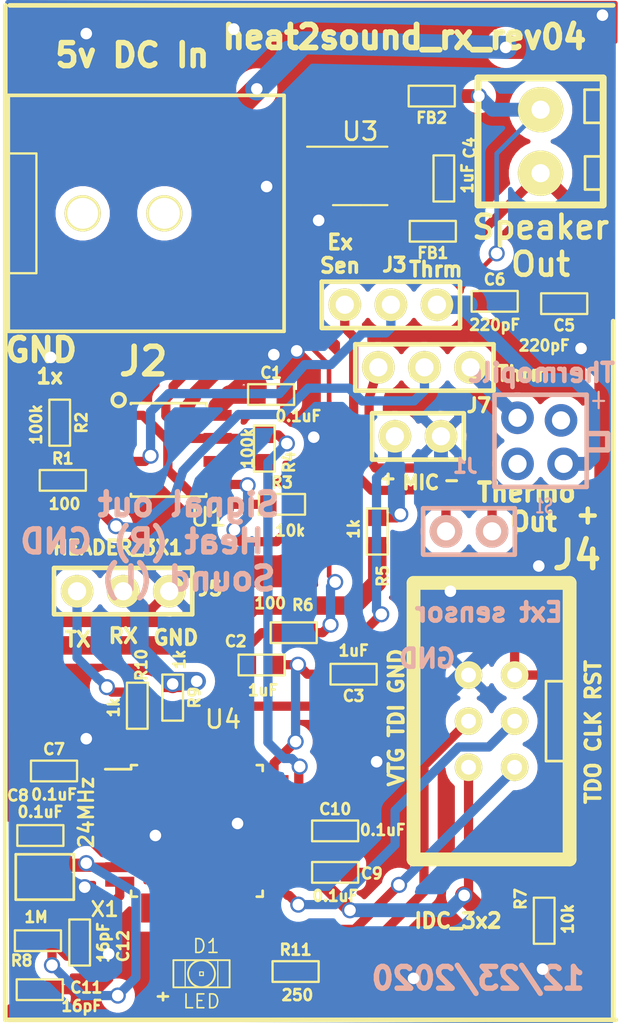
<source format=kicad_pcb>
(kicad_pcb (version 20171130) (host pcbnew 5.1.5-52549c5~86~ubuntu18.04.1)
  (title_block (date "12 jun 2010"))
  (layers (0 Component signal) (31 Copper signal) (34 B.Paste user) (35 F.Paste user) (36 B.SilkS user) (37 F.SilkS user) (38 B.Mask user) (39 F.Mask user) (44 Edge.Cuts user))
  (net 0 "")
  (net 1 "Net-(C2-Pad1)")
  (net 2 "Net-(C3-Pad1)")
  (net 3 "Net-(C5-Pad1)")
  (net 4 "Net-(C6-Pad1)")
  (net 5 "Net-(FB1-Pad2)")
  (net 6 "Net-(FB2-Pad2)")
  (net 7 "Net-(J1-Pad2)")
  (net 8 "Net-(J3-Pad3)")
  (net 9 "Net-(J3-Pad2)")
  (net 10 "Net-(R6-Pad1)")
  (net 11 +5v)
  (net 12 GND)
  (net 13 "Net-(J1-Pad1)")
  (net 14 "Net-(J7-Pad3)")
  (net 15 "Net-(J7-Pad2)")
  (net 16 "Net-(R1-Pad1)")
  (net 17 "Net-(R3-Pad2)")
  (net 18 "Net-(R4-Pad2)")
  (net 19 ADC1)
  (net 20 "Net-(C10-Pad1)")
  (net 21 "Net-(C11-Pad1)")
  (net 22 "Net-(C12-Pad1)")
  (net 23 "Net-(D1-Pad1)")
  (net 24 "Net-(D1-Pad2)")
  (net 25 MISO)
  (net 26 SCLK)
  (net 27 ~RESET)
  (net 28 MOSI)
  (net 29 "Net-(J5-Pad3)")
  (net 30 "Net-(J5-Pad2)")
  (net 31 ADC0)
  (net 32 RX)
  (net 33 TX)
  (net 34 "Net-(R2-Pad1)")
  (module ted_connectors:TED_HEADER_2x2_THERMO (layer Copper) (at 181.5 121.25)
    (fp_text reference S1 (at 0.2 3.597) (layer B.SilkS) (effects (font (size 0.762 0.5) (thickness 0.125)) (justify mirror)))
    (fp_text value THERMOPILE_MLX90247 hide)
    (pad 4 thru_hole circle (at 1.127 -1.127) (size 1.8 1.8) (drill 1) (layers *.Cu *.Mask))
    (pad 3 thru_hole circle (at -1.27 -1.27) (size 1.8 1.8) (drill 1) (layers *.Cu *.Mask) (net 14 "Net-(J7-Pad3)"))
    (pad 2 thru_hole circle (at -1.27 1.27) (size 1.8 1.8) (drill 1) (layers *.Cu *.Mask))
    (pad 1 thru_hole circle (at 1.27 1.27) (size 1.8 1.8) (drill 1) (layers *.Cu *.Mask) (net 8 "Net-(J3-Pad3)"))
  )
  (module Package_SO:MSOP-8_3x3mm_P0.65mm (layer Component) (at 171.56 106.65)
    (fp_text reference U3 (at 0 -2.45) (layer F.SilkS))
    (fp_text value PAM8302A)
    (pad 1 smd roundrect (at -2.1125 -0.975) (size 1.625 0.5) (layers Component F.Paste F.Mask) (net 11 +5v))
    (pad 2 smd roundrect (at -2.1125 -0.325) (size 1.625 0.5) (layers Component F.Paste F.Mask))
    (pad 3 smd roundrect (at -2.1125 0.325) (size 1.625 0.5) (layers Component F.Paste F.Mask) (net 10 "Net-(R6-Pad1)"))
    (pad 4 smd roundrect (at -2.1125 0.975) (size 1.625 0.5) (layers Component F.Paste F.Mask) (net 12 GND))
    (pad 5 smd roundrect (at 2.1125 0.975) (size 1.625 0.5) (layers Component F.Paste F.Mask) (net 5 "Net-(FB1-Pad2)"))
    (pad 6 smd roundrect (at 2.1125 0.325) (size 1.625 0.5) (layers Component F.Paste F.Mask) (net 11 +5v))
    (pad 7 smd roundrect (at 2.1125 -0.325) (size 1.625 0.5) (layers Component F.Paste F.Mask))
    (pad 8 smd roundrect (at 2.1125 -0.975) (size 1.625 0.5) (layers Component F.Paste F.Mask) (net 6 "Net-(FB2-Pad2)"))
  )
  (module ted_connectors:TED_HEADER_2x1 (layer Component) (at 174.75 121)
    (fp_text reference U2 (at 0.2 -3.597) (layer F.SilkS) (effects (font (size 0.762 0.762) (thickness 0.1905))))
    (fp_text value MIC (at 0.15 2.55) (layer F.SilkS) (effects (font (size 0.762 0.762) (thickness 0.1905))))
    (pad 2 thru_hole circle (at 1.25984 0) (size 1.8 1.8) (drill 1) (layers *.Cu *.Mask F.SilkS) (net 12 GND))
    (pad 1 thru_hole circle (at -1.28016 0) (size 1.8 1.8) (drill 1) (layers *.Cu *.Mask F.SilkS) (net 2 "Net-(C3-Pad1)"))
  )
  (module ted_connectors:TED_HEADER_2x1 (layer Copper) (at 177.546 126.238 180)
    (fp_text reference J1 (at 0.2 3.597) (layer B.SilkS) (effects (font (size 0.762 0.762) (thickness 0.1905)) (justify mirror)))
    (fp_text value TERMINAL_3.5MM_PCB_2PIN hide)
    (pad 2 thru_hole circle (at 1.25984 0 180) (size 1.8 1.8) (drill 1) (layers *.Cu *.Mask B.SilkS) (net 7 "Net-(J1-Pad2)"))
    (pad 1 thru_hole circle (at -1.28016 0 180) (size 1.8 1.8) (drill 1) (layers *.Cu *.Mask B.SilkS) (net 13 "Net-(J1-Pad1)"))
  )
  (module ted_capacitors:TED_SM0603_C (layer Component) (at 166.65 118.7)
    (fp_text reference C1 (at 0 -1.2) (layer F.SilkS) (effects (font (size 0.6 0.6))))
    (fp_text value 0.1uF (at 1.498 1.188) (layer F.SilkS) (effects (font (size 0.6 0.6))))
    (pad 1 smd rect (at -0.75184 0) (size 0.9 1) (layers Component F.Paste F.Mask) (net 11 +5v) (clearance 0.1))
    (pad 2 smd rect (at 0.75184 0) (size 0.89916 1.00076) (layers Component F.Paste F.Mask) (net 12 GND) (clearance 0.1))
  )
  (module ted_capacitors:TED_SM0603_C (layer Component) (at 166.12616 133.604)
    (fp_text reference C2 (at -1.42616 -1.304) (layer F.SilkS) (effects (font (size 0.6 0.6))))
    (fp_text value 1uF (at 0.07384 1.396) (layer F.SilkS) (effects (font (size 0.6 0.6))))
    (pad 2 smd rect (at 0.75184 0) (size 0.89916 1.00076) (layers Component F.Paste F.Mask) (net 19 ADC1) (clearance 0.1))
    (pad 1 smd rect (at -0.75184 0) (size 0.9 1) (layers Component F.Paste F.Mask) (net 1 "Net-(C2-Pad1)") (clearance 0.1))
  )
  (module ted_capacitors:TED_SM0603_C (layer Component) (at 176.17 106.79 90)
    (fp_text reference C4 (at 1.69 1.43 90) (layer F.SilkS) (effects (font (size 0.6 0.6))))
    (fp_text value 1uF (at 0 1.3 90) (layer F.SilkS) (effects (font (size 0.6 0.6))))
    (pad 1 smd rect (at -0.75184 0 90) (size 0.9 1) (layers Component F.Paste F.Mask) (net 11 +5v) (clearance 0.1))
    (pad 2 smd rect (at 0.75184 0 90) (size 0.89916 1.00076) (layers Component F.Paste F.Mask) (net 12 GND) (clearance 0.1))
  )
  (module ted_capacitors:TED_SM0603_C (layer Component) (at 182.80184 113.69 180)
    (fp_text reference C5 (at 0 -1.2) (layer F.SilkS) (effects (font (size 0.6 0.6))))
    (fp_text value 220pF (at 1.10184 -2.31) (layer F.SilkS) (effects (font (size 0.6 0.6))))
    (pad 2 smd rect (at 0.75184 0 180) (size 0.89916 1.00076) (layers Component F.Paste F.Mask) (net 12 GND) (clearance 0.1))
    (pad 1 smd rect (at -0.75184 0 180) (size 0.9 1) (layers Component F.Paste F.Mask) (net 3 "Net-(C5-Pad1)") (clearance 0.1))
  )
  (module ted_capacitors:TED_SM0603_C (layer Component) (at 178.97 113.56)
    (fp_text reference C6 (at 0 -1.2) (layer F.SilkS) (effects (font (size 0.6 0.6))))
    (fp_text value 220pF (at 0 1.3) (layer F.SilkS) (effects (font (size 0.6 0.6))))
    (pad 1 smd rect (at -0.75184 0) (size 0.9 1) (layers Component F.Paste F.Mask) (net 4 "Net-(C6-Pad1)") (clearance 0.1))
    (pad 2 smd rect (at 0.75184 0) (size 0.89916 1.00076) (layers Component F.Paste F.Mask) (net 12 GND) (clearance 0.1))
  )
  (module ted_resistors:TED_SM0603_R (layer Component) (at 175.56184 109.7 180)
    (fp_text reference FB1 (at 0 -1.2) (layer F.SilkS) (effects (font (size 0.6 0.6))))
    (fp_text value ferrite_bead hide)
    (pad 1 smd rect (at -0.75184 0 180) (size 0.89916 1.00076) (layers Component F.Paste F.Mask) (net 3 "Net-(C5-Pad1)") (clearance 0.1))
    (pad 2 smd rect (at 0.75184 0 180) (size 0.89916 1.00076) (layers Component F.Paste F.Mask) (net 5 "Net-(FB1-Pad2)") (clearance 0.1))
  )
  (module ted_resistors:TED_SM0603_R (layer Component) (at 175.50184 102.25 180)
    (fp_text reference FB2 (at 0 -1.2) (layer F.SilkS) (effects (font (size 0.6 0.6))))
    (fp_text value ferrite_bead hide)
    (pad 2 smd rect (at 0.75184 0 180) (size 0.89916 1.00076) (layers Component F.Paste F.Mask) (net 6 "Net-(FB2-Pad2)") (clearance 0.1))
    (pad 1 smd rect (at -0.75184 0 180) (size 0.89916 1.00076) (layers Component F.Paste F.Mask) (net 4 "Net-(C6-Pad1)") (clearance 0.1))
  )
  (module ted_connectors:TED_HEADER_3x1 (layer Component) (at 173.25 113.75)
    (fp_text reference J3 (at 0.2 -2.2) (layer F.SilkS) (effects (font (size 0.762 0.762) (thickness 0.1905))))
    (fp_text value JUMPER_3X1 hide)
    (pad 3 thru_hole circle (at 2.54 0) (size 1.8 1.8) (drill 1) (layers *.Cu *.Mask F.SilkS) (net 8 "Net-(J3-Pad3)"))
    (pad 2 thru_hole circle (at 0 0) (size 1.8 1.8) (drill 1) (layers *.Cu *.Mask F.SilkS) (net 9 "Net-(J3-Pad2)"))
    (pad 1 thru_hole circle (at -2.54 0) (size 1.8 1.8) (drill 1) (layers *.Cu *.Mask F.SilkS) (net 7 "Net-(J1-Pad2)"))
  )
  (module ted_connectors:TED_TERMINAL_3.5MM_2PIN (layer Component) (at 181.5 104.75 270)
    (fp_text reference J6 hide)
    (fp_text value TERMINAL_3.5MM_PCB_2PIN hide)
    (pad 1 thru_hole circle (at -1.75006 0 270) (size 2.5 2.5) (drill 1) (layers *.Cu *.Mask F.SilkS) (net 4 "Net-(C6-Pad1)") (clearance 0.5))
    (pad 2 thru_hole circle (at 1.75006 0 270) (size 2.5 2.5) (drill 1) (layers *.Cu *.Mask F.SilkS) (net 3 "Net-(C5-Pad1)") (clearance 0.5))
  )
  (module ted_resistors:TED_SM0603_R (layer Component) (at 155.17 123.43)
    (fp_text reference R1 (at 0 -1.2) (layer F.SilkS) (effects (font (size 0.6 0.6))))
    (fp_text value 100 (at 0.1 1.3) (layer F.SilkS) (effects (font (size 0.6 0.6))))
    (pad 2 smd rect (at 0.75184 0) (size 0.89916 1.00076) (layers Component F.Paste F.Mask) (net 15 "Net-(J7-Pad2)") (clearance 0.1))
    (pad 1 smd rect (at -0.75184 0) (size 0.89916 1.00076) (layers Component F.Paste F.Mask) (net 16 "Net-(R1-Pad1)") (clearance 0.1))
  )
  (module ted_resistors:TED_SM0603_R (layer Component) (at 155 120.25 270)
    (fp_text reference R2 (at 0 -1.2 90) (layer F.SilkS) (effects (font (size 0.6 0.6))))
    (fp_text value 100k (at 0.1 1.3 90) (layer F.SilkS) (effects (font (size 0.6 0.6))))
    (pad 2 smd rect (at 0.75184 0 270) (size 0.89916 1.00076) (layers Component F.Paste F.Mask) (net 16 "Net-(R1-Pad1)") (clearance 0.1))
    (pad 1 smd rect (at -0.75184 0 270) (size 0.89916 1.00076) (layers Component F.Paste F.Mask) (net 34 "Net-(R2-Pad1)") (clearance 0.1))
  )
  (module ted_resistors:TED_SM0603_R (layer Component) (at 167.25 124.75)
    (fp_text reference R3 (at 0 -1.2) (layer F.SilkS) (effects (font (size 0.6 0.6))))
    (fp_text value 10k (at 0.45 1.45) (layer F.SilkS) (effects (font (size 0.6 0.6))))
    (pad 2 smd rect (at 0.75184 0) (size 0.89916 1.00076) (layers Component F.Paste F.Mask) (net 17 "Net-(R3-Pad2)") (clearance 0.1))
    (pad 1 smd rect (at -0.75184 0) (size 0.89916 1.00076) (layers Component F.Paste F.Mask) (net 34 "Net-(R2-Pad1)") (clearance 0.1))
  )
  (module ted_resistors:TED_SM0603_R (layer Component) (at 166.275 121.675 270)
    (fp_text reference R4 (at 0.753 -1.365 90) (layer F.SilkS) (effects (font (size 0.6 0.6))))
    (fp_text value 100k (at -0.009 0.921 90) (layer F.SilkS) (effects (font (size 0.6 0.6))))
    (pad 1 smd rect (at -0.75184 0 270) (size 0.89916 1.00076) (layers Component F.Paste F.Mask) (net 31 ADC0) (clearance 0.1))
    (pad 2 smd rect (at 0.75184 0 270) (size 0.89916 1.00076) (layers Component F.Paste F.Mask) (net 18 "Net-(R4-Pad2)") (clearance 0.1))
  )
  (module ted_resistors:TED_SM0603_R (layer Component) (at 172.5 126.24816 90)
    (fp_text reference R5 (at -2.45184 0.3 90) (layer F.SilkS) (effects (font (size 0.6 0.6))))
    (fp_text value 1k (at 0.14816 -1.3 90) (layer F.SilkS) (effects (font (size 0.6 0.6))))
    (pad 1 smd rect (at -0.75184 0 90) (size 0.89916 1.00076) (layers Component F.Paste F.Mask) (net 11 +5v) (clearance 0.1))
    (pad 2 smd rect (at 0.75184 0 90) (size 0.89916 1.00076) (layers Component F.Paste F.Mask) (net 2 "Net-(C3-Pad1)") (clearance 0.1))
  )
  (module ted_resistors:TED_SM0603_R (layer Component) (at 167.894 131.826 180)
    (fp_text reference R6 (at -0.506 1.526) (layer F.SilkS) (effects (font (size 0.6 0.6))))
    (fp_text value 100 (at 1.294 1.626) (layer F.SilkS) (effects (font (size 0.6 0.6))))
    (pad 1 smd rect (at -0.75184 0 180) (size 0.89916 1.00076) (layers Component F.Paste F.Mask) (net 10 "Net-(R6-Pad1)") (clearance 0.1))
    (pad 2 smd rect (at 0.75184 0 180) (size 0.89916 1.00076) (layers Component F.Paste F.Mask) (net 1 "Net-(C2-Pad1)") (clearance 0.1))
  )
  (module ted_ICs:SOIC-8 (layer Component) (at 161 121.75)
    (fp_text reference U1 (at 2.2 3.7) (layer F.SilkS))
    (fp_text value MCP6V02)
    (pad 1 smd rect (at -2.7 -1.905) (size 1.55 0.6) (layers Component F.Paste F.Mask) (net 34 "Net-(R2-Pad1)"))
    (pad 2 smd rect (at -2.7 -0.635) (size 1.55 0.6) (layers Component F.Paste F.Mask) (net 16 "Net-(R1-Pad1)"))
    (pad 3 smd rect (at -2.7 0.635) (size 1.55 0.6) (layers Component F.Paste F.Mask) (net 9 "Net-(J3-Pad2)"))
    (pad 4 smd rect (at -2.7 1.905) (size 1.55 0.6) (layers Component F.Paste F.Mask) (net 12 GND))
    (pad 5 smd rect (at 2.7 1.905) (size 1.55 0.6) (layers Component F.Paste F.Mask) (net 17 "Net-(R3-Pad2)"))
    (pad 6 smd rect (at 2.7 0.635) (size 1.55 0.6) (layers Component F.Paste F.Mask) (net 18 "Net-(R4-Pad2)"))
    (pad 7 smd rect (at 2.7 -0.635) (size 1.55 0.6) (layers Component F.Paste F.Mask) (net 31 ADC0))
    (pad 8 smd rect (at 2.7 -1.905) (size 1.55 0.6) (layers Component F.Paste F.Mask) (net 11 +5v))
  )
  (module ted_connectors:TED_HEADER_3x1 (layer Component) (at 175.1 117.2)
    (fp_text reference J7 (at 3 2.1) (layer F.SilkS) (effects (font (size 0.762 0.762) (thickness 0.1905))))
    (fp_text value JUMPER_3X1 hide)
    (pad 3 thru_hole circle (at 2.54 0) (size 1.8 1.8) (drill 1) (layers *.Cu *.Mask F.SilkS) (net 14 "Net-(J7-Pad3)"))
    (pad 2 thru_hole circle (at 0 0) (size 1.8 1.8) (drill 1) (layers *.Cu *.Mask F.SilkS) (net 15 "Net-(J7-Pad2)"))
    (pad 1 thru_hole circle (at -2.54 0) (size 1.8 1.8) (drill 1) (layers *.Cu *.Mask F.SilkS) (net 13 "Net-(J1-Pad1)"))
  )
  (module ted_capacitors:TED_SM0603_C (layer Component) (at 154.686 139.446)
    (fp_text reference C7 (at 0 -1.2) (layer F.SilkS) (effects (font (size 0.6 0.6))))
    (fp_text value 0.1uF (at 0 1.3) (layer F.SilkS) (effects (font (size 0.6 0.6))))
    (pad 2 smd rect (at 0.75184 0) (size 0.89916 1.00076) (layers Component F.Paste F.Mask) (net 12 GND) (clearance 0.1))
    (pad 1 smd rect (at -0.75184 0) (size 0.9 1) (layers Component F.Paste F.Mask) (net 11 +5v) (clearance 0.1))
  )
  (module ted_capacitors:TED_SM0603_C (layer Component) (at 153.93416 143.002 180)
    (fp_text reference C8 (at 1.23416 2.202) (layer F.SilkS) (effects (font (size 0.6 0.6))))
    (fp_text value 0.1uF (at 0 1.3) (layer F.SilkS) (effects (font (size 0.6 0.6))))
    (pad 1 smd rect (at -0.75184 0 180) (size 0.9 1) (layers Component F.Paste F.Mask) (net 11 +5v) (clearance 0.1))
    (pad 2 smd rect (at 0.75184 0 180) (size 0.89916 1.00076) (layers Component F.Paste F.Mask) (net 12 GND) (clearance 0.1))
  )
  (module ted_capacitors:TED_SM0603_C (layer Component) (at 170.18 145.034)
    (fp_text reference C9 (at 2.02 0.066) (layer F.SilkS) (effects (font (size 0.6 0.6))))
    (fp_text value 0.1uF (at 0 1.3) (layer F.SilkS) (effects (font (size 0.6 0.6))))
    (pad 2 smd rect (at 0.75184 0) (size 0.89916 1.00076) (layers Component F.Paste F.Mask) (net 12 GND) (clearance 0.1))
    (pad 1 smd rect (at -0.75184 0) (size 0.9 1) (layers Component F.Paste F.Mask) (net 11 +5v) (clearance 0.1))
  )
  (module ted_capacitors:TED_SM0603_C (layer Component) (at 170.18 142.748)
    (fp_text reference C10 (at 0 -1.2) (layer F.SilkS) (effects (font (size 0.6 0.6))))
    (fp_text value 0.1uF (at 2.62 -0.048) (layer F.SilkS) (effects (font (size 0.6 0.6))))
    (pad 1 smd rect (at -0.75184 0) (size 0.9 1) (layers Component F.Paste F.Mask) (net 20 "Net-(C10-Pad1)") (clearance 0.1))
    (pad 2 smd rect (at 0.75184 0) (size 0.89916 1.00076) (layers Component F.Paste F.Mask) (net 12 GND) (clearance 0.1))
  )
  (module ted_capacitors:TED_SM0603_C (layer Component) (at 153.9 151.5)
    (fp_text reference C11 (at 2.564 -0.116) (layer F.SilkS) (effects (font (size 0.6 0.6))))
    (fp_text value 16pF (at 2.31 0.9) (layer F.SilkS) (effects (font (size 0.6 0.6))))
    (pad 1 smd rect (at -0.75184 0) (size 0.9 1) (layers Component F.Paste F.Mask) (net 21 "Net-(C11-Pad1)") (clearance 0.1))
    (pad 2 smd rect (at 0.75184 0) (size 0.89916 1.00076) (layers Component F.Paste F.Mask) (net 12 GND) (clearance 0.1))
  )
  (module ted_capacitors:TED_SM0603_C (layer Component) (at 156.1 148.9 90)
    (fp_text reference C12 (at -0.198 2.396 90) (layer F.SilkS) (effects (font (size 0.6 0.6))))
    (fp_text value 16pF (at 0 1.3 90) (layer F.SilkS) (effects (font (size 0.6 0.6))))
    (pad 2 smd rect (at 0.75184 0 90) (size 0.89916 1.00076) (layers Component F.Paste F.Mask) (net 12 GND) (clearance 0.1))
    (pad 1 smd rect (at -0.75184 0 90) (size 0.9 1) (layers Component F.Paste F.Mask) (net 22 "Net-(C12-Pad1)") (clearance 0.1))
  )
  (module ted_led:TED_LED-1206 (layer Component) (at 162.814 150.622)
    (fp_text reference D1 (at 0.254 -1.524) (layer F.SilkS) (effects (font (size 0.762 0.762) (thickness 0.0889))))
    (fp_text value LED (at 0 1.524) (layer F.SilkS) (effects (font (size 0.762 0.762) (thickness 0.0889))))
    (pad 1 smd rect (at -1.41986 0) (size 1.59766 1.80086) (layers Component F.Paste F.Mask) (net 23 "Net-(D1-Pad1)"))
    (pad 2 smd rect (at 1.41986 0) (size 1.59766 1.80086) (layers Component F.Paste F.Mask) (net 24 "Net-(D1-Pad2)"))
  )
  (module ted_connectors:TED_2.1mm_DC_SMD (layer Component) (at 159.766 108.712 180)
    (fp_text reference J2 (at 0.15748 -8.15848) (layer F.SilkS) (effects (font (size 1.524 1.524) (thickness 0.3048))))
    (fp_text value DC_2.1mm hide)
    (pad "" np_thru_hole circle (at -1.00076 0 180) (size 1.99898 1.99898) (drill 1.69926) (layers *.Cu *.Mask F.SilkS))
    (pad 1 smd rect (at 3.50012 5.4102 180) (size 1.99898 1.99898) (layers Component F.Paste F.Mask) (net 11 +5v))
    (pad 1 smd rect (at -2.60096 5.4102 180) (size 1.99898 1.99898) (layers Component F.Paste F.Mask) (net 11 +5v))
    (pad 2 smd rect (at 3.50012 -5.41528 180) (size 1.99898 1.99898) (layers Component F.Paste F.Mask) (net 12 GND))
    (pad 3 smd rect (at -2.60096 -5.41528 180) (size 1.99898 1.99898) (layers Component F.Paste F.Mask))
    (pad "" np_thru_hole circle (at 3.50012 0 180) (size 1.99898 1.99898) (drill 1.69926) (layers *.Cu *.Mask F.SilkS))
  )
  (module ted_connectors:TED_IDC_3x2 (layer Component) (at 178.8 136.7 90)
    (fp_text reference J4 (at 9.15 4.7 180) (layer F.SilkS) (effects (font (size 1.524 1.524) (thickness 0.3048))))
    (fp_text value IDC_3x2 (at -11 -1.85 180) (layer F.SilkS) (effects (font (size 0.8 0.8) (thickness 0.2))))
    (pad 1 thru_hole circle (at -2.54 1.27 90) (size 1.524 1.524) (drill 0.8128) (layers *.Cu *.Mask F.SilkS) (net 25 MISO))
    (pad 3 thru_hole circle (at 0 1.27 90) (size 1.524 1.524) (drill 0.8128) (layers *.Cu *.Mask F.SilkS) (net 26 SCLK))
    (pad 5 thru_hole circle (at 2.54 1.27 90) (size 1.524 1.524) (drill 0.8128) (layers *.Cu *.Mask F.SilkS) (net 27 ~RESET))
    (pad 6 thru_hole circle (at 2.54 -1.27 90) (size 1.524 1.524) (drill 0.8128) (layers *.Cu *.Mask F.SilkS) (net 12 GND))
    (pad 4 thru_hole circle (at 0 -1.27 90) (size 1.524 1.524) (drill 0.8128) (layers *.Cu *.Mask F.SilkS) (net 28 MOSI))
    (pad 2 thru_hole circle (at -2.54 -1.27 90) (size 1.524 1.524) (drill 0.8128) (layers *.Cu *.Mask F.SilkS) (net 11 +5v))
  )
  (module ted_connectors:TED_HEADER_3x1 (layer Component) (at 158.496 129.54 180)
    (fp_text reference J5 (at -4.804 0.14) (layer F.SilkS) (effects (font (size 0.762 0.762) (thickness 0.1905))))
    (fp_text value HEADER_3X1 (at 0.3 2.4) (layer F.SilkS) (effects (font (size 0.762 0.762) (thickness 0.1905))))
    (pad 3 thru_hole circle (at 2.54 0 180) (size 1.8 1.8) (drill 1) (layers *.Cu *.Mask F.SilkS) (net 29 "Net-(J5-Pad3)"))
    (pad 2 thru_hole circle (at 0 0 180) (size 1.8 1.8) (drill 1) (layers *.Cu *.Mask F.SilkS) (net 30 "Net-(J5-Pad2)"))
    (pad 1 thru_hole circle (at -2.54 0 180) (size 1.8 1.8) (drill 1) (layers *.Cu *.Mask F.SilkS) (net 12 GND))
  )
  (module ted_resistors:TED_SM0603_R (layer Component) (at 181.7 147.7 90)
    (fp_text reference R7 (at 1.2 -1.3 90) (layer F.SilkS) (effects (font (size 0.6 0.6))))
    (fp_text value 10k (at 0.1 1.3 90) (layer F.SilkS) (effects (font (size 0.6 0.6))))
    (pad 2 smd rect (at 0.75184 0 90) (size 0.89916 1.00076) (layers Component F.Paste F.Mask) (net 27 ~RESET) (clearance 0.1))
    (pad 1 smd rect (at -0.75184 0 90) (size 0.89916 1.00076) (layers Component F.Paste F.Mask) (net 11 +5v) (clearance 0.1))
  )
  (module ted_resistors:TED_SM0603_R (layer Component) (at 153.8 148.8 180)
    (fp_text reference R8 (at 0.9 -1.1) (layer F.SilkS) (effects (font (size 0.6 0.6))))
    (fp_text value 1M (at 0.1 1.3) (layer F.SilkS) (effects (font (size 0.6 0.6))))
    (pad 2 smd rect (at 0.75184 0 180) (size 0.89916 1.00076) (layers Component F.Paste F.Mask) (net 21 "Net-(C11-Pad1)") (clearance 0.1))
    (pad 1 smd rect (at -0.75184 0 180) (size 0.89916 1.00076) (layers Component F.Paste F.Mask) (net 22 "Net-(C12-Pad1)") (clearance 0.1))
  )
  (module ted_resistors:TED_SM0603_R (layer Component) (at 161.225 135.40184 270)
    (fp_text reference R9 (at 0 -1.2 90) (layer F.SilkS) (effects (font (size 0.6 0.6))))
    (fp_text value 1k (at -2.10184 -0.375 90) (layer F.SilkS) (effects (font (size 0.6 0.6))))
    (pad 2 smd rect (at 0.75184 0 270) (size 0.89916 1.00076) (layers Component F.Paste F.Mask) (net 32 RX) (clearance 0.1))
    (pad 1 smd rect (at -0.75184 0 270) (size 0.89916 1.00076) (layers Component F.Paste F.Mask) (net 30 "Net-(J5-Pad2)") (clearance 0.1))
  )
  (module ted_resistors:TED_SM0603_R (layer Component) (at 159.275 135.85 270)
    (fp_text reference R10 (at -2.25 -0.225 90) (layer F.SilkS) (effects (font (size 0.6 0.6))))
    (fp_text value 1k (at 0.1 1.3 90) (layer F.SilkS) (effects (font (size 0.6 0.6))))
    (pad 1 smd rect (at -0.75184 0 270) (size 0.89916 1.00076) (layers Component F.Paste F.Mask) (net 29 "Net-(J5-Pad3)") (clearance 0.1))
    (pad 2 smd rect (at 0.75184 0 270) (size 0.89916 1.00076) (layers Component F.Paste F.Mask) (net 33 TX) (clearance 0.1))
  )
  (module ted_resistors:TED_SM0603_R (layer Component) (at 168 150.5)
    (fp_text reference R11 (at 0 -1.2) (layer F.SilkS) (effects (font (size 0.6 0.6))))
    (fp_text value 250 (at 0.1 1.3) (layer F.SilkS) (effects (font (size 0.6 0.6))))
    (pad 1 smd rect (at -0.75184 0) (size 0.89916 1.00076) (layers Component F.Paste F.Mask) (net 24 "Net-(D1-Pad2)") (clearance 0.1))
    (pad 2 smd rect (at 0.75184 0) (size 0.89916 1.00076) (layers Component F.Paste F.Mask) (net 12 GND) (clearance 0.1))
  )
  (module ted_ICs:TQFP-32_7x7mm_Pitch0.8mm (layer Component) (at 162.56 142.748)
    (fp_text reference U4 (at 1.44 -6.148) (layer F.SilkS))
    (fp_text value ATMEGA328P-AU)
    (pad 1 smd rect (at -4.25 -2.8) (size 1.6 0.55) (layers Component F.Paste F.Mask))
    (pad 2 smd rect (at -4.25 -2) (size 1.6 0.55) (layers Component F.Paste F.Mask))
    (pad 3 smd rect (at -4.25 -1.2) (size 1.6 0.55) (layers Component F.Paste F.Mask) (net 12 GND))
    (pad 4 smd rect (at -4.25 -0.4) (size 1.6 0.55) (layers Component F.Paste F.Mask) (net 11 +5v))
    (pad 5 smd rect (at -4.25 0.4) (size 1.6 0.55) (layers Component F.Paste F.Mask) (net 12 GND))
    (pad 6 smd rect (at -4.25 1.2) (size 1.6 0.55) (layers Component F.Paste F.Mask) (net 11 +5v))
    (pad 7 smd rect (at -4.25 2) (size 1.6 0.55) (layers Component F.Paste F.Mask) (net 22 "Net-(C12-Pad1)"))
    (pad 8 smd rect (at -4.25 2.8) (size 1.6 0.55) (layers Component F.Paste F.Mask) (net 21 "Net-(C11-Pad1)"))
    (pad 9 smd rect (at -2.8 4.25 90) (size 1.6 0.55) (layers Component F.Paste F.Mask))
    (pad 10 smd rect (at -2 4.25 90) (size 1.6 0.55) (layers Component F.Paste F.Mask))
    (pad 11 smd rect (at -1.2 4.25 90) (size 1.6 0.55) (layers Component F.Paste F.Mask))
    (pad 12 smd rect (at -0.4 4.25 90) (size 1.6 0.55) (layers Component F.Paste F.Mask) (net 23 "Net-(D1-Pad1)"))
    (pad 13 smd rect (at 0.4 4.25 90) (size 1.6 0.55) (layers Component F.Paste F.Mask))
    (pad 14 smd rect (at 1.2 4.25 90) (size 1.6 0.55) (layers Component F.Paste F.Mask))
    (pad 15 smd rect (at 2 4.25 90) (size 1.6 0.55) (layers Component F.Paste F.Mask) (net 28 MOSI))
    (pad 16 smd rect (at 2.8 4.25 90) (size 1.6 0.55) (layers Component F.Paste F.Mask) (net 25 MISO))
    (pad 17 smd rect (at 4.25 2.8) (size 1.6 0.55) (layers Component F.Paste F.Mask) (net 26 SCLK))
    (pad 18 smd rect (at 4.25 2) (size 1.6 0.55) (layers Component F.Paste F.Mask) (net 11 +5v))
    (pad 19 smd rect (at 4.25 1.2) (size 1.6 0.55) (layers Component F.Paste F.Mask))
    (pad 20 smd rect (at 4.25 0.4) (size 1.6 0.55) (layers Component F.Paste F.Mask) (net 20 "Net-(C10-Pad1)"))
    (pad 21 smd rect (at 4.25 -0.4) (size 1.6 0.55) (layers Component F.Paste F.Mask) (net 12 GND))
    (pad 22 smd rect (at 4.25 -1.2) (size 1.6 0.55) (layers Component F.Paste F.Mask))
    (pad 23 smd rect (at 4.25 -2) (size 1.6 0.55) (layers Component F.Paste F.Mask) (net 31 ADC0))
    (pad 24 smd rect (at 4.25 -2.8) (size 1.6 0.55) (layers Component F.Paste F.Mask) (net 19 ADC1))
    (pad 25 smd rect (at 2.8 -4.25 90) (size 1.6 0.55) (layers Component F.Paste F.Mask))
    (pad 26 smd rect (at 2 -4.25 90) (size 1.6 0.55) (layers Component F.Paste F.Mask))
    (pad 27 smd rect (at 1.2 -4.25 90) (size 1.6 0.55) (layers Component F.Paste F.Mask))
    (pad 28 smd rect (at 0.4 -4.25 90) (size 1.6 0.55) (layers Component F.Paste F.Mask))
    (pad 29 smd rect (at -0.4 -4.25 90) (size 1.6 0.55) (layers Component F.Paste F.Mask) (net 27 ~RESET))
    (pad 30 smd rect (at -1.2 -4.25 90) (size 1.6 0.55) (layers Component F.Paste F.Mask) (net 32 RX))
    (pad 31 smd rect (at -2 -4.25 90) (size 1.6 0.55) (layers Component F.Paste F.Mask) (net 33 TX))
    (pad 32 smd rect (at -2.8 -4.25 90) (size 1.6 0.55) (layers Component F.Paste F.Mask))
  )
  (module ted_crystals:crystal_TSX3225 (layer Component) (at 154.178 145.288 180)
    (fp_text reference X1 (at -3.302 -1.778) (layer F.SilkS) (effects (font (size 0.8 0.8))))
    (fp_text value 24MHz (at -2.286 3.556 90) (layer F.SilkS) (effects (font (size 0.8 0.8))))
    (pad 1 smd rect (at -1 0.75 180) (size 1 0.8) (layers Component F.Paste F.Mask) (net 22 "Net-(C12-Pad1)"))
    (pad 2 smd rect (at 1 0.75 180) (size 1 0.8) (layers Component F.Paste F.Mask) (net 12 GND))
    (pad 4 smd rect (at -1 -0.75 180) (size 1 0.8) (layers Component F.Paste F.Mask) (net 12 GND))
    (pad 3 smd rect (at 1 -0.75 180) (size 1 0.8) (layers Component F.Paste F.Mask) (net 21 "Net-(C11-Pad1)"))
  )
  (module ted_capacitors:TED_SM0603_C (layer Component) (at 171.196 134.112 180)
    (fp_text reference C3 (at 0 -1.2) (layer F.SilkS) (effects (font (size 0.6 0.6))))
    (fp_text value 1uF (at 0 1.3) (layer F.SilkS) (effects (font (size 0.6 0.6))))
    (pad 2 smd rect (at 0.75184 0 180) (size 0.89916 1.00076) (layers Component F.Paste F.Mask) (net 19 ADC1) (clearance 0.1))
    (pad 1 smd rect (at -0.75184 0 180) (size 0.9 1) (layers Component F.Paste F.Mask) (net 2 "Net-(C3-Pad1)") (clearance 0.1))
  )
  (gr_text "TDO CLK RST" (at 184.4 137.3 90) (layer F.SilkS) (effects (font (size 0.8 0.8) (thickness 0.2))))
  (gr_text "VTG TDI GND" (at 173.55 136.5 90) (layer F.SilkS) (effects (font (size 0.8 0.8) (thickness 0.2))))
  (gr_text TX (at 156 132.2) (layer F.SilkS) (effects (font (size 0.8 0.8) (thickness 0.2))))
  (gr_text RX (at 158.5 132) (layer F.SilkS) (effects (font (size 0.8 0.8) (thickness 0.2))))
  (gr_text GND (at 161.4 132.1) (layer F.SilkS) (effects (font (size 0.8 0.8) (thickness 0.2))))
  (gr_text Thrm (at 175.725 111.8) (layer F.SilkS) (effects (font (size 0.8 0.8) (thickness 0.2))))
  (gr_text Thrm (at 180.55 117.55) (layer F.SilkS) (effects (font (size 0.8 0.8) (thickness 0.2))))
  (gr_text "Ex\nSen" (at 170.45 110.95) (layer F.SilkS) (effects (font (size 0.8 0.8) (thickness 0.2))))
  (gr_text 1x (at 154.45 117.7) (layer F.SilkS) (effects (font (size 0.8 0.8) (thickness 0.2))))
  (gr_text + (at 184.1 125.3) (layer F.SilkS) (effects (font (size 1 1) (thickness 0.25))))
  (gr_text - (at 176.6 123.4) (layer F.SilkS) (effects (font (size 0.7 0.7) (thickness 0.175))))
  (gr_text + (at 173.1 123.3) (layer F.SilkS) (effects (font (size 0.7 0.7) (thickness 0.175))))
  (gr_text GND (at 175.25 133.25) (layer B.SilkS) (effects (font (size 1 1) (thickness 0.25)) (justify mirror)))
  (gr_line (start 152 153.162) (end 152 97.25) (layer F.SilkS) (width 0.254))
  (gr_line (start 185.646 153.162) (end 152.146 153.162) (layer F.SilkS) (width 0.254))
  (gr_line (start 185.5 114.65) (end 185.5 153.15) (layer F.SilkS) (width 0.254))
  (gr_line (start 152.25 97.25) (end 185.5 97.25) (layer F.SilkS) (width 0.254))
  (gr_text 12/23/2020 (at 178.054 150.876) (layer B.SilkS) (effects (font (size 1.2 1.2) (thickness 0.3)) (justify mirror)))
  (gr_text "Thermo \nOut" (at 181.1 124.9) (layer F.SilkS) (effects (font (size 1 1) (thickness 0.25))))
  (gr_text "Speaker\nOut" (at 181.5 110.5) (layer F.SilkS) (effects (font (size 1.27 1.27) (thickness 0.25))))
  (gr_text "Ext sensor" (at 178.65 130.7) (layer B.SilkS) (effects (font (size 1.016 1.016) (thickness 0.254)) (justify mirror)))
  (gr_text heat2sound_rx_rev04 (at 174 99) (layer F.SilkS) (effects (font (size 1.27 1.27) (thickness 0.3175))))
  (gr_text "Signal out\nHeat (R)\nSound (L)" (at 162.1 126.8) (layer B.SilkS) (effects (font (size 1.27 1.27) (thickness 0.3048)) (justify mirror)))
  (gr_text GND (at 154.8 126.8) (layer B.SilkS) (effects (font (size 1.27 1.27) (thickness 0.3048)) (justify mirror)))
  (gr_text GND (at 153.975 116.25) (layer F.SilkS) (effects (font (size 1.27 1.27) (thickness 0.3048))))
  (gr_text "5v DC In" (at 159 100) (layer F.SilkS) (effects (font (size 1.27 1.27) (thickness 0.3048))))
  (gr_text Thermopile (at 181.5 117.5) (layer B.SilkS) (effects (font (size 1 1) (thickness 0.25)) (justify mirror)))
  (segment (start 166.14432 131.826) (end 167.14216 131.826) (width 0.508) (layer Component) (net 1))
  (segment (start 165.37432 133.604) (end 165.37432 132.596) (width 0.508) (layer Component) (net 1))
  (segment (start 165.37432 132.596) (end 166.14432 131.826) (width 0.508) (layer Component) (net 1))
  (via (at 173.77 125.29) (size 0.889) (drill 0.635) (layers Component Copper) (net 2))
  (segment (start 172.5 125.49632) (end 173.56368 125.49632) (width 0.508) (layer Component) (net 2))
  (segment (start 173.56368 125.49632) (end 173.77 125.29) (width 0.508) (layer Component) (net 2))
  (segment (start 173.46984 124.98984) (end 173.77 125.29) (width 0.762) (layer Copper) (net 2))
  (segment (start 173.46984 121) (end 173.46984 124.98984) (width 0.762) (layer Copper) (net 2))
  (via (at 172.72 130.81) (size 0.889) (drill 0.635) (layers Component Copper) (net 2))
  (segment (start 173.77 122.56) (end 173.77 125.29) (width 0.508) (layer Copper) (net 2))
  (segment (start 173.48 122.27) (end 173.77 122.56) (width 0.508) (layer Copper) (net 2))
  (segment (start 172.46 123.29) (end 173.48 122.27) (width 0.508) (layer Copper) (net 2))
  (segment (start 172.72 130.81) (end 172.46 130.611383) (width 0.508) (layer Copper) (net 2))
  (segment (start 172.46 130.611383) (end 172.46 123.29) (width 0.508) (layer Copper) (net 2))
  (segment (start 171.94784 131.58216) (end 172.72 130.81) (width 0.508) (layer Component) (net 2))
  (segment (start 171.94784 134.112) (end 171.94784 131.58216) (width 0.508) (layer Component) (net 2))
  (segment (start 176.31368 109.7) (end 178.30006 109.7) (width 0.762) (layer Component) (net 3))
  (segment (start 183.55368 108.55374) (end 181.5 106.50006) (width 0.762) (layer Component) (net 3))
  (segment (start 183.55368 113.69) (end 183.55368 108.55374) (width 0.508) (layer Component) (net 3))
  (segment (start 178.30006 109.7) (end 181.5 106.50006) (width 0.508) (layer Component) (net 3))
  (via (at 179.08 110.92) (size 0.889) (drill 0.635) (layers Component Copper) (net 4))
  (segment (start 178.21816 113.56) (end 178.21816 111.78184) (width 0.254) (layer Component) (net 4))
  (segment (start 178.21816 111.78184) (end 179.08 110.92) (width 0.254) (layer Component) (net 4))
  (segment (start 179.08 105.41994) (end 179.99994 104.5) (width 0.254) (layer Copper) (net 4))
  (segment (start 179.08 110.92) (end 179.08 105.41994) (width 0.254) (layer Copper) (net 4))
  (segment (start 179.99994 104.5) (end 181.5 102.99994) (width 0.254) (layer Copper) (net 4))
  (via (at 178.1 102.25) (size 0.889) (drill 0.635) (layers Component Copper) (net 4))
  (segment (start 181.5 102.99994) (end 178.84994 102.99994) (width 0.762) (layer Copper) (net 4))
  (segment (start 178.84994 102.99994) (end 178.1 102.25) (width 0.762) (layer Copper) (net 4))
  (segment (start 178.1 102.25) (end 176.25368 102.25) (width 0.762) (layer Component) (net 4))
  (segment (start 174.10642 109.7) (end 174.81 109.7) (width 0.254) (layer Component) (net 5))
  (segment (start 173.6725 109.26608) (end 174.10642 109.7) (width 0.254) (layer Component) (net 5))
  (segment (start 173.6725 107.625) (end 173.6725 109.26608) (width 0.254) (layer Component) (net 5))
  (segment (start 174.04642 102.25) (end 174.75 102.25) (width 0.254) (layer Component) (net 6))
  (segment (start 173.6725 102.62392) (end 174.04642 102.25) (width 0.254) (layer Component) (net 6))
  (segment (start 173.6725 105.675) (end 173.6725 102.62392) (width 0.254) (layer Component) (net 6))
  (segment (start 170.71 115.022792) (end 171.2 115.512792) (width 0.508) (layer Component) (net 7))
  (segment (start 170.71 113.75) (end 170.71 115.022792) (width 0.508) (layer Component) (net 7))
  (segment (start 171.2 115.512792) (end 171.2 122.98) (width 0.508) (layer Component) (net 7))
  (segment (start 171.2 122.98) (end 172.2 123.98) (width 0.508) (layer Component) (net 7))
  (segment (start 172.2 123.98) (end 173.81 123.98) (width 0.508) (layer Component) (net 7))
  (segment (start 174.02816 123.98) (end 174.05616 123.952) (width 0.508) (layer Component) (net 7))
  (segment (start 173.81 123.98) (end 174.02816 123.98) (width 0.508) (layer Component) (net 7))
  (segment (start 174.05616 123.952) (end 176.022 123.952) (width 0.508) (layer Component) (net 7))
  (segment (start 176.28616 124.21616) (end 176.28616 126.238) (width 0.508) (layer Component) (net 7))
  (segment (start 176.022 123.952) (end 176.28616 124.21616) (width 0.508) (layer Component) (net 7))
  (segment (start 177.062792 113.75) (end 175.79 113.75) (width 1.016) (layer Copper) (net 8))
  (segment (start 177.526792 113.75) (end 177.062792 113.75) (width 1.016) (layer Copper) (net 8))
  (segment (start 184.4 122.162792) (end 184.042792 122.52) (width 0.762) (layer Copper) (net 8))
  (segment (start 184.4 118.9) (end 184.4 122.162792) (width 0.762) (layer Copper) (net 8))
  (segment (start 183.4 117.9) (end 184.4 118.9) (width 0.762) (layer Copper) (net 8))
  (segment (start 184.042792 122.52) (end 182.77 122.52) (width 0.762) (layer Copper) (net 8))
  (segment (start 181.212792 117.9) (end 183.4 117.9) (width 0.762) (layer Copper) (net 8))
  (segment (start 177.062792 113.75) (end 181.212792 117.9) (width 0.762) (layer Copper) (net 8))
  (via (at 160.0075 122.07) (size 0.889) (drill 0.635) (layers Component Copper) (net 9))
  (segment (start 158.3 122.385) (end 159.6925 122.385) (width 0.508) (layer Component) (net 9))
  (segment (start 159.6925 122.385) (end 160.0075 122.07) (width 0.508) (layer Component) (net 9))
  (segment (start 160.0075 122.07) (end 160.0075 119.6425) (width 0.508) (layer Copper) (net 9))
  (segment (start 161 118.65) (end 167.1 118.65) (width 0.508) (layer Copper) (net 9))
  (segment (start 160.0075 119.6425) (end 161 118.65) (width 0.508) (layer Copper) (net 9))
  (segment (start 173.25 115.022792) (end 172.972792 115.3) (width 0.508) (layer Copper) (net 9))
  (segment (start 173.25 113.75) (end 173.25 115.022792) (width 0.508) (layer Copper) (net 9))
  (segment (start 172.972792 115.3) (end 171.7 115.3) (width 0.508) (layer Copper) (net 9))
  (segment (start 171.7 115.3) (end 169.95 117.05) (width 0.508) (layer Copper) (net 9))
  (segment (start 169.95 117.05) (end 168.5 117.05) (width 0.508) (layer Copper) (net 9))
  (segment (start 167.1 118.65) (end 168.5 117.05) (width 0.508) (layer Copper) (net 9))
  (segment (start 168.005 106.975) (end 169.4475 106.975) (width 0.254) (layer Component) (net 10))
  (segment (start 166.95 108.03) (end 168.005 106.975) (width 0.254) (layer Component) (net 10))
  (segment (start 166.95 114.18) (end 166.95 108.03) (width 0.254) (layer Component) (net 10))
  (segment (start 169.84 117.07) (end 166.95 114.18) (width 0.254) (layer Component) (net 10))
  (segment (start 169.847112 119.047112) (end 169.84 117.07) (width 0.254) (layer Component) (net 10))
  (segment (start 169.847112 119.047112) (end 169.85 119.05) (width 0.254) (layer Component) (net 10))
  (segment (start 169.85 119.05) (end 169.85 125.55) (width 0.254) (layer Component) (net 10))
  (via (at 170.18 129.032) (size 0.889) (drill 0.635) (layers Component Copper) (net 10))
  (segment (start 169.85 125.55) (end 169.85 128.702) (width 0.254) (layer Component) (net 10))
  (segment (start 169.85 128.702) (end 170.18 129.032) (width 0.254) (layer Component) (net 10))
  (segment (start 168.64584 131.826) (end 169.4825 131.826) (width 0.508) (layer Component) (net 10))
  (segment (start 169.926 129.286) (end 170.18 129.032) (width 0.508) (layer Copper) (net 10))
  (segment (start 169.926 131.3825) (end 169.926 129.286) (width 0.508) (layer Copper) (net 10))
  (via (at 169.926 131.3825) (size 0.889) (drill 0.635) (layers Component Copper) (net 10))
  (segment (start 169.4825 131.826) (end 169.926 131.3825) (width 0.508) (layer Component) (net 10))
  (segment (start 175.60316 106.975) (end 176.17 107.54184) (width 0.254) (layer Component) (net 11))
  (segment (start 173.6725 106.975) (end 175.60316 106.975) (width 0.254) (layer Component) (net 11))
  (segment (start 169.4475 105.675) (end 166.525 105.675) (width 0.508) (layer Component) (net 11))
  (segment (start 164.1898 103.3398) (end 162.60096 103.3398) (width 0.508) (layer Component) (net 11))
  (segment (start 170.26 105.675) (end 169.4475 105.675) (width 0.508) (layer Component) (net 11))
  (segment (start 170.64475 105.675) (end 170.26 105.675) (width 0.508) (layer Component) (net 11))
  (segment (start 171.94475 106.975) (end 170.64475 105.675) (width 0.508) (layer Component) (net 11))
  (segment (start 173.6725 106.975) (end 171.94475 106.975) (width 0.508) (layer Component) (net 11))
  (segment (start 166.525 105.675) (end 165.4 104.65) (width 0.508) (layer Component) (net 11))
  (segment (start 165.4 104.65) (end 164.1898 103.3398) (width 0.508) (layer Component) (net 11))
  (segment (start 163.7 119.037) (end 165.35 117.6) (width 0.508) (layer Component) (net 11))
  (segment (start 165.38 105.17) (end 165.4 104.65) (width 0.508) (layer Component) (net 11))
  (segment (start 165.38 104.10335) (end 165.38 105.17) (width 1.016) (layer Component) (net 11))
  (segment (start 164.61645 103.3398) (end 165.38 104.10335) (width 1.016) (layer Component) (net 11))
  (segment (start 162.60096 103.3398) (end 164.61645 103.3398) (width 1.016) (layer Component) (net 11))
  (segment (start 164.36 118.7) (end 165.89816 118.7) (width 1.016) (layer Component) (net 11))
  (segment (start 163.7 119.36) (end 164.36 118.7) (width 1.016) (layer Component) (net 11))
  (segment (start 163.7 119.36) (end 163.7 119.037) (width 0.508) (layer Component) (net 11))
  (segment (start 163.7 119.845) (end 163.7 119.36) (width 0.508) (layer Component) (net 11))
  (segment (start 165.89816 118.14816) (end 165.35 117.6) (width 1.016) (layer Component) (net 11))
  (segment (start 165.89816 118.7) (end 165.89816 118.14816) (width 1.016) (layer Component) (net 11))
  (segment (start 165.35 105.2) (end 165.38 105.17) (width 1.016) (layer Component) (net 11))
  (segment (start 165.35 117.6) (end 165.35 105.2) (width 1.016) (layer Component) (net 11))
  (segment (start 156.49988 103.3398) (end 157.65 103.3) (width 1.27) (layer Component) (net 11))
  (segment (start 157.65 103.3) (end 162.60096 103.3398) (width 1.27) (layer Component) (net 11))
  (segment (start 157.6102 103.3398) (end 154.3602 103.3398) (width 1.016) (layer Component) (net 11))
  (segment (start 157.65 103.3) (end 157.6102 103.3398) (width 1.016) (layer Component) (net 11))
  (segment (start 154.3602 103.3398) (end 153.13 105.26) (width 1.016) (layer Component) (net 11))
  (segment (start 154.2 132.15) (end 153.375 131.325) (width 1.016) (layer Component) (net 11))
  (segment (start 154.2 132.525) (end 154.2 132.15) (width 1.016) (layer Component) (net 11))
  (segment (start 163.455 132.525) (end 154.2 132.525) (width 1.016) (layer Component) (net 11))
  (segment (start 153.13 105.26) (end 153.375 131.325) (width 1.016) (layer Component) (net 11))
  (segment (start 172.5 127) (end 172.5 129.05) (width 1.016) (layer Component) (net 11))
  (segment (start 172.5 129.05) (end 171.22 130.33) (width 1.016) (layer Component) (net 11))
  (segment (start 165.65 130.33) (end 163.455 132.525) (width 1.016) (layer Component) (net 11))
  (segment (start 171.22 130.33) (end 165.65 130.33) (width 1.016) (layer Component) (net 11))
  (segment (start 153.375 136.10084) (end 153.375 131.325) (width 1.016) (layer Component) (net 11))
  (segment (start 153.68016 136.406) (end 153.375 136.10084) (width 1.016) (layer Component) (net 11))
  (segment (start 153.68016 137.922) (end 153.68016 136.406) (width 1.016) (layer Component) (net 11))
  (segment (start 153.68016 140.074) (end 153.68016 137.922) (width 0.508) (layer Component) (net 11))
  (segment (start 153.89816 140.292) (end 153.68016 140.074) (width 0.508) (layer Component) (net 11))
  (segment (start 169.14216 144.748) (end 169.42816 145.034) (width 0.508) (layer Component) (net 11))
  (segment (start 166.81 144.748) (end 169.14216 144.748) (width 0.508) (layer Component) (net 11))
  (segment (start 153.93416 140.454) (end 153.93416 139.446) (width 0.508) (layer Component) (net 11))
  (segment (start 155.019024 141.538864) (end 153.93416 140.454) (width 0.508) (layer Component) (net 11))
  (segment (start 156.942146 142.348) (end 156.13301 141.538864) (width 0.508) (layer Component) (net 11))
  (segment (start 156.13301 141.538864) (end 155.019024 141.538864) (width 0.508) (layer Component) (net 11))
  (segment (start 158.31 142.348) (end 156.942146 142.348) (width 0.508) (layer Component) (net 11))
  (segment (start 155.644 143.002) (end 154.686 143.002) (width 0.508) (layer Component) (net 11))
  (segment (start 156.451798 143.002) (end 155.644 143.002) (width 0.508) (layer Component) (net 11))
  (segment (start 157.397798 143.948) (end 156.451798 143.002) (width 0.508) (layer Component) (net 11))
  (segment (start 158.31 143.948) (end 157.397798 143.948) (width 0.508) (layer Component) (net 11))
  (segment (start 154.686 141.20584) (end 153.93416 140.454) (width 0.508) (layer Component) (net 11))
  (segment (start 154.686 143.002) (end 154.686 141.20584) (width 0.508) (layer Component) (net 11))
  (segment (start 162.36696 103.3018) (end 164.38245 103.3018) (width 1.016) (layer Component) (net 11))
  (via (at 170.998625 147.122625) (size 0.889) (drill 0.635) (layers Component Copper) (net 11))
  (segment (start 169.42816 145.034) (end 169.42816 145.55216) (width 0.762) (layer Component) (net 11))
  (segment (start 169.42816 145.55216) (end 170.998625 147.122625) (width 0.762) (layer Component) (net 11))
  (via (at 177.292 146.304) (size 0.889) (drill 0.635) (layers Component Copper) (net 11))
  (segment (start 170.998625 147.122625) (end 176.473375 147.122625) (width 0.762) (layer Copper) (net 11))
  (segment (start 176.473375 147.122625) (end 177.292 146.304) (width 0.762) (layer Copper) (net 11))
  (via (at 165.862 101.854) (size 0.889) (drill 0.635) (layers Component Copper) (net 11))
  (segment (start 164.38245 103.3018) (end 164.4142 103.3018) (width 1.27) (layer Component) (net 11))
  (segment (start 164.4142 103.3018) (end 165.862 101.854) (width 1.27) (layer Component) (net 11))
  (segment (start 167.64 99.822) (end 167.386 100.33) (width 1.27) (layer Copper) (net 11))
  (segment (start 167.64 100.076) (end 167.64 99.822) (width 1.27) (layer Copper) (net 11))
  (segment (start 165.862 101.854) (end 167.64 100.076) (width 1.27) (layer Copper) (net 11))
  (segment (start 181.7 148.45184) (end 181.7 148.5) (width 1.016) (layer Component) (net 11))
  (segment (start 184.973008 146.926992) (end 183.5 148.4) (width 1.016) (layer Component) (net 11))
  (segment (start 168.402 99.314) (end 165.862 101.854) (width 1.27) (layer Copper) (net 11))
  (via (at 179.578 99.568) (size 0.889) (drill 0.635) (layers Component Copper) (net 11))
  (segment (start 183.5 148.4) (end 183.47038 148.45184) (width 1.27) (layer Component) (net 11))
  (segment (start 184.15 99.568) (end 179.578 99.568) (width 1.27) (layer Component) (net 11))
  (segment (start 184.912 100.33) (end 184.15 99.568) (width 1.27) (layer Component) (net 11))
  (segment (start 183.47038 148.45184) (end 181.7 148.5) (width 1.27) (layer Component) (net 11))
  (segment (start 184.973008 100.33) (end 184.912 100.33) (width 1.27) (layer Component) (net 11))
  (segment (start 179.578 99.568) (end 168.402 99.314) (width 1.27) (layer Copper) (net 11))
  (segment (start 184.973008 100.33) (end 184.973008 139.673008) (width 1.016) (layer Component) (net 11))
  (segment (start 184.973008 139.673008) (end 184.973008 146.926992) (width 1.016) (layer Component) (net 11))
  (segment (start 179.43984 148.45184) (end 177.292 146.304) (width 1.016) (layer Component) (net 11))
  (segment (start 181.7 148.45184) (end 179.43984 148.45184) (width 1.016) (layer Component) (net 11))
  (segment (start 177.53 146.066) (end 177.292 146.304) (width 0.508) (layer Component) (net 11))
  (segment (start 177.53 139.24) (end 177.53 146.066) (width 0.508) (layer Component) (net 11))
  (via (at 169.27 109.1) (size 0.889) (drill 0.635) (layers Component Copper) (net 12))
  (segment (start 169.4475 107.625) (end 169.4475 108.9225) (width 0.254) (layer Component) (net 12))
  (segment (start 169.4475 108.9225) (end 169.27 109.1) (width 0.254) (layer Component) (net 12))
  (segment (start 182.627 118.157) (end 181.38 116.91) (width 1.27) (layer Component) (net 12))
  (via (at 154.5 116.65) (size 0.889) (drill 0.635) (layers Component Copper) (net 12))
  (segment (start 181.92 113.56) (end 182.05 113.69) (width 0.762) (layer Component) (net 12))
  (segment (start 179.72184 113.56) (end 181.92 113.56) (width 0.762) (layer Component) (net 12))
  (segment (start 182.05 113.69) (end 182.05 114.48) (width 0.762) (layer Component) (net 12))
  (via (at 183.73 116.16) (size 0.889) (drill 0.635) (layers Component Copper) (net 12))
  (segment (start 182.05 114.48) (end 183.73 116.16) (width 0.762) (layer Component) (net 12))
  (segment (start 182.627 117.263) (end 183.73 116.16) (width 1.27) (layer Component) (net 12))
  (segment (start 176.00984 122.272792) (end 176.75 123.012952) (width 0.762) (layer Copper) (net 12))
  (segment (start 176.00984 121) (end 176.00984 122.272792) (width 0.762) (layer Copper) (net 12))
  (segment (start 176.75 123.012952) (end 176.75 123.75) (width 0.762) (layer Copper) (net 12))
  (segment (start 168.33184 117.69162) (end 168.33184 118.7) (width 0.508) (layer Component) (net 12))
  (segment (start 167.27022 116.63) (end 168.33184 117.69162) (width 0.508) (layer Component) (net 12))
  (via (at 166.8 116.5) (size 0.889) (drill 0.635) (layers Component Copper) (net 12))
  (segment (start 166.8 116.5) (end 167.27022 116.63) (width 0.508) (layer Component) (net 12))
  (segment (start 158.3 124.463) (end 158 124.763) (width 0.508) (layer Component) (net 12))
  (segment (start 158.3 123.655) (end 158.3 124.463) (width 0.508) (layer Component) (net 12))
  (via (at 166.4025 107.234858) (size 0.889) (drill 0.635) (layers Component Copper) (net 12))
  (segment (start 166.355501 107.281857) (end 166.4025 107.234858) (width 0.508) (layer Component) (net 12))
  (segment (start 166.8 116.5) (end 166.355501 116.055501) (width 0.508) (layer Component) (net 12))
  (segment (start 166.355501 116.055501) (end 166.355501 107.281857) (width 0.508) (layer Component) (net 12))
  (segment (start 179.632234 128.14994) (end 178.7 129.082174) (width 1.016) (layer Copper) (net 12))
  (segment (start 178.7 129.082174) (end 178.7 132.7) (width 1.016) (layer Copper) (net 12))
  (segment (start 178.7 132.7) (end 176.6 134.8) (width 1.016) (layer Copper) (net 12))
  (segment (start 176.6 134.8) (end 171.7 134.8) (width 1.016) (layer Copper) (net 12))
  (via (at 169 121.05) (size 0.889) (drill 0.635) (layers Component Copper) (net 12))
  (segment (start 169.035 120.76) (end 169.205 120.68) (width 0.508) (layer Component) (net 12))
  (segment (start 169.35 121) (end 169.05 120.65) (width 0.508) (layer Component) (net 12))
  (segment (start 162.844799 128.452501) (end 162.696149 128.303851) (width 1.016) (layer Copper) (net 12))
  (segment (start 164.337499 128.452501) (end 162.844799 128.452501) (width 1.016) (layer Copper) (net 12))
  (segment (start 165.11 127.96) (end 164.83 127.96) (width 1.016) (layer Copper) (net 12))
  (segment (start 164.83 127.96) (end 164.337499 128.452501) (width 1.016) (layer Copper) (net 12))
  (segment (start 168.87 119.749002) (end 168.87 120.62) (width 0.508) (layer Component) (net 12))
  (segment (start 168.059735 115.559735) (end 168.059735 116.290265) (width 0.508) (layer Copper) (net 12))
  (segment (start 167.2 114.7) (end 168.059735 115.559735) (width 0.508) (layer Copper) (net 12))
  (via (at 168.059735 116.290265) (size 0.889) (drill 0.635) (layers Component Copper) (net 12))
  (segment (start 160.95 114.7) (end 167.2 114.7) (width 0.508) (layer Copper) (net 12))
  (segment (start 159.7 117.25) (end 159.7 115.95) (width 0.508) (layer Copper) (net 12))
  (segment (start 168.87 120.62) (end 169.3 120.7) (width 0.508) (layer Component) (net 12))
  (segment (start 169.3 120.7) (end 169.3 120.709158) (width 0.508) (layer Component) (net 12))
  (segment (start 159.7 115.95) (end 160.95 114.7) (width 0.508) (layer Copper) (net 12))
  (segment (start 168.059735 116.290265) (end 169.135421 117.365951) (width 0.508) (layer Component) (net 12))
  (segment (start 169.135421 117.365951) (end 169.135421 119.483581) (width 0.508) (layer Component) (net 12))
  (segment (start 169.135421 119.483581) (end 168.87 119.749002) (width 0.508) (layer Component) (net 12))
  (segment (start 153.469499 142.630501) (end 154.469499 142.630501) (width 0.508) (layer Copper) (net 12))
  (segment (start 153.025 143.075) (end 153.469499 142.630501) (width 0.508) (layer Copper) (net 12))
  (via (at 156.464 137.668) (size 0.889) (drill 0.635) (layers Component Copper) (net 12))
  (segment (start 157.10838 148.14816) (end 156.1 148.14816) (width 0.508) (layer Component) (net 12))
  (segment (start 157.7 148.73978) (end 157.10838 148.14816) (width 0.508) (layer Component) (net 12))
  (segment (start 157.1 151.5) (end 157.7 150.9) (width 0.508) (layer Component) (net 12))
  (segment (start 154.65184 151.5) (end 157.1 151.5) (width 0.508) (layer Component) (net 12))
  (segment (start 156.186 146.038) (end 156.374 145.85) (width 0.508) (layer Component) (net 12))
  (segment (start 155.178 146.038) (end 156.186 146.038) (width 0.508) (layer Component) (net 12))
  (via (at 156.374 145.85) (size 0.889) (drill 0.635) (layers Component Copper) (net 12))
  (segment (start 156.374 145.85) (end 156.374 146.549) (width 0.508) (layer Copper) (net 12))
  (segment (start 156.374 146.549) (end 157.725 147.9) (width 0.508) (layer Copper) (net 12))
  (via (at 157.7 149.525) (size 0.889) (drill 0.635) (layers Component Copper) (net 12))
  (segment (start 157.725 149.5) (end 157.7 149.525) (width 0.508) (layer Copper) (net 12))
  (segment (start 157.725 147.9) (end 157.725 149.5) (width 0.508) (layer Copper) (net 12))
  (segment (start 157.7 150.9) (end 157.7 149.525) (width 0.508) (layer Component) (net 12))
  (segment (start 157.7 149.525) (end 157.7 148.73978) (width 0.508) (layer Component) (net 12))
  (segment (start 155.929501 146.294499) (end 155.219499 146.294499) (width 0.508) (layer Copper) (net 12))
  (segment (start 156.374 145.85) (end 155.929501 146.294499) (width 0.508) (layer Copper) (net 12))
  (segment (start 155.219499 146.294499) (end 153.025 144.1) (width 0.508) (layer Copper) (net 12))
  (via (at 164.8 142.34) (size 0.889) (drill 0.635) (layers Component Copper) (net 12))
  (segment (start 166.81 142.348) (end 164.808 142.348) (width 0.508) (layer Component) (net 12))
  (segment (start 164.808 142.348) (end 164.8 142.34) (width 0.508) (layer Component) (net 12))
  (segment (start 154.424 146.038) (end 155.178 146.038) (width 0.254) (layer Component) (net 12))
  (segment (start 154.178 145.792) (end 154.424 146.038) (width 0.254) (layer Component) (net 12))
  (segment (start 154.178 144.784) (end 154.178 145.792) (width 0.254) (layer Component) (net 12))
  (segment (start 153.932 144.538) (end 154.178 144.784) (width 0.254) (layer Component) (net 12))
  (segment (start 153.178 144.538) (end 153.932 144.538) (width 0.254) (layer Component) (net 12))
  (via (at 160.274 143.002) (size 0.889) (drill 0.635) (layers Component Copper) (net 12))
  (segment (start 158.31 143.148) (end 160.128 143.148) (width 0.508) (layer Component) (net 12))
  (segment (start 160.128 143.148) (end 160.274 143.002) (width 0.508) (layer Component) (net 12))
  (segment (start 158.31 141.548) (end 160.09 141.548) (width 0.508) (layer Component) (net 12))
  (via (at 184.912 97.79) (size 0.889) (drill 0.635) (layers Component Copper) (net 12))
  (via (at 164.592 98.552) (size 0.889) (drill 0.635) (layers Component Copper) (net 12))
  (via (at 156.464 98.806) (size 0.889) (drill 0.635) (layers Component Copper) (net 12))
  (via (at 181.61 150.368) (size 0.889) (drill 0.635) (layers Component Copper) (net 12))
  (via (at 174.498 150.876) (size 0.889) (drill 0.635) (layers Component Copper) (net 12))
  (via (at 172.466 138.938) (size 0.889) (drill 0.635) (layers Component Copper) (net 12))
  (segment (start 181.4 128.14994) (end 179.632234 128.14994) (width 1.016) (layer Copper) (net 12))
  (via (at 181.4 128.14994) (size 0.889) (drill 0.635) (layers Component Copper) (net 12))
  (via (at 176.53 129.54) (size 0.889) (drill 0.635) (layers Component Copper) (net 12))
  (segment (start 178.82616 124.72416) (end 178.82616 126.238) (width 0.508) (layer Component) (net 13))
  (segment (start 172.4 122.75) (end 176.852 122.75) (width 0.508) (layer Component) (net 13))
  (segment (start 172.05 122.2) (end 172.4 122.75) (width 0.508) (layer Component) (net 13))
  (segment (start 172.56 117.2) (end 172.05 118.9) (width 0.508) (layer Component) (net 13))
  (segment (start 176.852 122.75) (end 178.82616 124.72416) (width 0.508) (layer Component) (net 13))
  (segment (start 172.05 118.9) (end 172.05 122.2) (width 0.508) (layer Component) (net 13))
  (segment (start 177.64 117.39) (end 180.23 119.98) (width 0.762) (layer Copper) (net 14))
  (segment (start 177.64 117.2) (end 177.64 117.39) (width 0.762) (layer Copper) (net 14))
  (segment (start 155.771992 123.681846) (end 155.771992 123.43) (width 0.508) (layer Component) (net 15))
  (segment (start 158.090146 126) (end 155.771992 123.681846) (width 0.508) (layer Component) (net 15))
  (segment (start 158.1 125.95) (end 158.090146 126) (width 0.508) (layer Component) (net 15))
  (via (at 158.1 125.95) (size 0.889) (drill 0.635) (layers Component Copper) (net 15))
  (segment (start 175.1 118.472792) (end 175.1 117.2) (width 0.508) (layer Copper) (net 15))
  (segment (start 171.65 119.05) (end 174.522792 119.05) (width 0.508) (layer Copper) (net 15))
  (segment (start 170.95 118.35) (end 171.65 119.05) (width 0.508) (layer Copper) (net 15))
  (segment (start 167.25 119.8) (end 168.7 118.35) (width 0.508) (layer Copper) (net 15))
  (segment (start 168.7 118.35) (end 170.95 118.35) (width 0.508) (layer Copper) (net 15))
  (segment (start 159.298501 126.048501) (end 161.33 124.31) (width 0.508) (layer Copper) (net 15))
  (segment (start 158.1 125.95) (end 159.298501 126.048501) (width 0.508) (layer Copper) (net 15))
  (segment (start 161.33 124.31) (end 161.79 122.91) (width 0.508) (layer Copper) (net 15))
  (segment (start 174.522792 119.05) (end 175.1 118.472792) (width 0.508) (layer Copper) (net 15))
  (segment (start 162.55 122.1) (end 164.85 119.8) (width 0.508) (layer Copper) (net 15))
  (segment (start 164.85 119.8) (end 167.25 119.8) (width 0.508) (layer Copper) (net 15))
  (segment (start 161.79 122.91) (end 162.55 122.1) (width 0.508) (layer Copper) (net 15))
  (segment (start 155.11316 121.115) (end 155 121.00184) (width 0.508) (layer Component) (net 16))
  (segment (start 158.3 121.115) (end 155.11316 121.115) (width 0.508) (layer Component) (net 16))
  (segment (start 155 121.00184) (end 155 121.15) (width 0.508) (layer Component) (net 16))
  (segment (start 154.41816 121.73184) (end 154.41816 123.43) (width 0.508) (layer Component) (net 16))
  (segment (start 155 121.15) (end 154.41816 121.73184) (width 0.508) (layer Component) (net 16))
  (segment (start 168.00184 125.75838) (end 168.00184 124.75) (width 0.508) (layer Component) (net 17))
  (segment (start 164.97 126.81) (end 166.95022 126.81) (width 0.508) (layer Component) (net 17))
  (via (at 164.63 126.15) (size 0.889) (drill 0.635) (layers Component Copper) (net 17))
  (segment (start 166.95022 126.81) (end 168.00184 125.75838) (width 0.508) (layer Component) (net 17))
  (segment (start 164.63 126.15) (end 164.97 126.81) (width 0.508) (layer Component) (net 17))
  (via (at 165.354 123.698) (size 0.889) (drill 0.635) (layers Component Copper) (net 17))
  (segment (start 163.7 123.655) (end 165.311 123.655) (width 0.508) (layer Component) (net 17))
  (segment (start 165.311 123.655) (end 165.354 123.698) (width 0.508) (layer Component) (net 17))
  (segment (start 165.354 125.426) (end 164.63 126.15) (width 0.508) (layer Copper) (net 17))
  (segment (start 165.354 123.698) (end 165.354 125.426) (width 0.508) (layer Copper) (net 17))
  (segment (start 166.23316 122.385) (end 166.275 122.42684) (width 0.508) (layer Component) (net 18))
  (segment (start 163.7 122.385) (end 166.23316 122.385) (width 0.508) (layer Component) (net 18))
  (via (at 168.13 133.59) (size 0.889) (drill 0.635) (layers Component Copper) (net 19))
  (segment (start 166.892 133.59) (end 166.878 133.604) (width 0.762) (layer Component) (net 19))
  (segment (start 168.13 133.59) (end 166.892 133.59) (width 0.508) (layer Component) (net 19))
  (via (at 168 137.825) (size 0.889) (drill 0.635) (layers Component Copper) (net 19))
  (segment (start 166.81 139.948) (end 166.81 139.015) (width 0.508) (layer Component) (net 19))
  (segment (start 166.81 139.015) (end 168 137.825) (width 0.508) (layer Component) (net 19))
  (segment (start 168 133.72) (end 168.13 133.59) (width 0.508) (layer Copper) (net 19))
  (segment (start 168 137.825) (end 168 133.72) (width 0.508) (layer Copper) (net 19))
  (segment (start 168.652 134.112) (end 168.13 133.59) (width 0.508) (layer Component) (net 19))
  (segment (start 170.44416 134.112) (end 168.652 134.112) (width 0.508) (layer Component) (net 19))
  (segment (start 169.02816 143.148) (end 169.42816 142.748) (width 0.508) (layer Component) (net 20))
  (segment (start 166.81 143.148) (end 169.02816 143.148) (width 0.508) (layer Component) (net 20))
  (segment (start 153.178 148.67016) (end 153.04816 148.8) (width 0.508) (layer Component) (net 21))
  (segment (start 153.14816 148.9) (end 153.04816 148.8) (width 0.508) (layer Component) (net 21))
  (segment (start 153.14816 151.5) (end 153.14816 148.9) (width 0.508) (layer Component) (net 21))
  (segment (start 158.31 146.331) (end 157.541 147.1) (width 0.508) (layer Component) (net 21))
  (segment (start 158.31 145.548) (end 158.31 146.331) (width 0.508) (layer Component) (net 21))
  (segment (start 153.178 146.038) (end 153.2 147.1) (width 0.508) (layer Component) (net 21))
  (segment (start 157.541 147.1) (end 153.2 147.1) (width 0.508) (layer Component) (net 21))
  (segment (start 153.2 147.1) (end 153.178 148.67016) (width 0.508) (layer Component) (net 21))
  (segment (start 155.388 144.748) (end 155.178 144.538) (width 0.508) (layer Component) (net 22))
  (segment (start 158.31 144.748) (end 155.388 144.748) (width 0.508) (layer Component) (net 22))
  (segment (start 155.40368 149.65184) (end 154.55184 148.8) (width 0.508) (layer Component) (net 22))
  (segment (start 156.1 149.65184) (end 155.40368 149.65184) (width 0.508) (layer Component) (net 22))
  (via (at 154.575 150.15) (size 0.889) (drill 0.635) (layers Component Copper) (net 22))
  (segment (start 154.575 148.82316) (end 154.55184 148.8) (width 0.508) (layer Component) (net 22))
  (segment (start 154.575 150.15) (end 154.575 148.82316) (width 0.508) (layer Component) (net 22))
  (segment (start 156.464 144.526) (end 155.412 144.538) (width 0.508) (layer Component) (net 22))
  (segment (start 155.412 144.538) (end 155.178 144.538) (width 0.508) (layer Component) (net 22))
  (via (at 156.464 144.526) (size 0.889) (drill 0.635) (layers Component Copper) (net 22))
  (segment (start 156.25 151.825) (end 154.575 150.15) (width 0.508) (layer Copper) (net 22))
  (segment (start 159.2 150.825) (end 158.2 151.825) (width 0.508) (layer Copper) (net 22))
  (segment (start 156.464 144.526) (end 159.2 146.171383) (width 0.508) (layer Copper) (net 22))
  (segment (start 159.2 146.171383) (end 159.2 150.825) (width 0.508) (layer Copper) (net 22))
  (segment (start 158.2 151.825) (end 156.25 151.825) (width 0.508) (layer Copper) (net 22))
  (via (at 158.2 151.825) (size 0.889) (drill 0.635) (layers Component Copper) (net 22))
  (segment (start 162.16 148.306) (end 161.391 149.075) (width 0.508) (layer Component) (net 23))
  (segment (start 162.16 146.998) (end 162.16 148.306) (width 0.508) (layer Component) (net 23))
  (segment (start 161.39414 149.07814) (end 161.39414 150.622) (width 0.508) (layer Component) (net 23))
  (segment (start 161.391 149.075) (end 161.39414 149.07814) (width 0.508) (layer Component) (net 23))
  (segment (start 167.12616 150.622) (end 167.24816 150.5) (width 0.508) (layer Component) (net 24))
  (segment (start 164.23386 150.622) (end 167.12616 150.622) (width 0.508) (layer Component) (net 24))
  (segment (start 165.36 146.998) (end 165.36 147.685) (width 0.508) (layer Component) (net 25))
  (segment (start 165.36 147.685) (end 165.85 148.175) (width 0.508) (layer Component) (net 25))
  (segment (start 165.85 148.175) (end 171.25 148.175) (width 0.508) (layer Component) (net 25))
  (via (at 173.7 145.725) (size 0.889) (drill 0.635) (layers Component Copper) (net 25))
  (segment (start 171.25 148.175) (end 173.7 145.725) (width 0.508) (layer Component) (net 25))
  (segment (start 180.07 139.355) (end 180.07 139.24) (width 0.508) (layer Copper) (net 25))
  (segment (start 173.7 145.725) (end 180.07 139.355) (width 0.508) (layer Copper) (net 25))
  (segment (start 176.994319 138.123999) (end 173.482 141.636318) (width 0.508) (layer Copper) (net 26))
  (segment (start 180.07 136.7) (end 178.646001 138.123999) (width 0.508) (layer Copper) (net 26))
  (segment (start 178.646001 138.123999) (end 176.994319 138.123999) (width 0.508) (layer Copper) (net 26))
  (segment (start 173.482 141.636318) (end 173.482 143.51) (width 0.508) (layer Copper) (net 26))
  (via (at 168.148 146.812) (size 0.889) (drill 0.635) (layers Component Copper) (net 26))
  (segment (start 173.482 143.51) (end 170.18 146.812) (width 0.508) (layer Copper) (net 26))
  (segment (start 170.18 146.812) (end 168.148 146.812) (width 0.508) (layer Copper) (net 26))
  (segment (start 168.148 146.812) (end 167.64 146.304) (width 0.508) (layer Component) (net 26))
  (segment (start 167.566 146.304) (end 166.81 145.548) (width 0.508) (layer Component) (net 26))
  (segment (start 167.64 146.304) (end 167.566 146.304) (width 0.508) (layer Component) (net 26))
  (segment (start 180.07 132.72) (end 180.07 134.16) (width 0.508) (layer Component) (net 27))
  (segment (start 179.4 132.05) (end 180.07 132.72) (width 0.508) (layer Component) (net 27))
  (segment (start 162.16 136.74) (end 163.025 135.875) (width 0.508) (layer Component) (net 27))
  (segment (start 176.675 132.05) (end 179.4 132.05) (width 0.508) (layer Component) (net 27))
  (segment (start 162.16 138.498) (end 162.16 136.74) (width 0.508) (layer Component) (net 27))
  (segment (start 173.6 135.875) (end 175.3 134.175) (width 0.508) (layer Component) (net 27))
  (segment (start 175.3 134.175) (end 175.3 133.425) (width 0.508) (layer Component) (net 27))
  (segment (start 163.025 135.875) (end 173.6 135.875) (width 0.508) (layer Component) (net 27))
  (segment (start 175.3 133.425) (end 176.675 132.05) (width 0.508) (layer Component) (net 27))
  (segment (start 180.07 134.16) (end 181.86 134.16) (width 0.508) (layer Component) (net 27))
  (segment (start 181.86 134.16) (end 182.6 134.9) (width 0.508) (layer Component) (net 27))
  (segment (start 182.6 134.9) (end 182.6 142.2) (width 0.508) (layer Component) (net 27))
  (segment (start 181.7 143.1) (end 181.7 146.94816) (width 0.508) (layer Component) (net 27))
  (segment (start 182.6 142.2) (end 181.7 143.1) (width 0.508) (layer Component) (net 27))
  (segment (start 164.56 148.306) (end 165.479 149.225) (width 0.508) (layer Component) (net 28))
  (segment (start 164.56 146.998) (end 164.56 148.306) (width 0.508) (layer Component) (net 28))
  (segment (start 165.479 149.225) (end 171.95 149.225) (width 0.508) (layer Component) (net 28))
  (segment (start 171.95 149.225) (end 175.075 146.1) (width 0.508) (layer Component) (net 28))
  (segment (start 175.075 146.1) (end 175.075 139) (width 0.508) (layer Component) (net 28))
  (segment (start 175.23 139) (end 177.53 136.7) (width 0.508) (layer Component) (net 28))
  (segment (start 175.075 139) (end 175.23 139) (width 0.508) (layer Component) (net 28))
  (via (at 157.6 134.825) (size 0.889) (drill 0.635) (layers Component Copper) (net 29))
  (segment (start 159.275 135.09816) (end 157.87316 135.09816) (width 0.508) (layer Component) (net 29))
  (segment (start 157.87316 135.09816) (end 157.6 134.825) (width 0.508) (layer Component) (net 29))
  (segment (start 157.155501 134.380501) (end 157.130501 134.380501) (width 0.508) (layer Copper) (net 29))
  (segment (start 157.6 134.825) (end 157.155501 134.380501) (width 0.508) (layer Copper) (net 29))
  (segment (start 155.956 133.206) (end 155.956 129.54) (width 0.508) (layer Copper) (net 29))
  (segment (start 157.130501 134.380501) (end 155.956 133.206) (width 0.508) (layer Copper) (net 29))
  (segment (start 159.395999 130.439999) (end 159.395999 132.795999) (width 1.016) (layer Copper) (net 30))
  (segment (start 158.496 129.54) (end 159.395999 130.439999) (width 1.016) (layer Copper) (net 30))
  (via (at 162.55 134.5) (size 0.889) (drill 0.635) (layers Component Copper) (net 30))
  (segment (start 159.395999 132.795999) (end 161.1 134.5) (width 1.016) (layer Copper) (net 30))
  (segment (start 161.1 134.5) (end 162.55 134.5) (width 1.016) (layer Copper) (net 30))
  (via (at 161.225 134.65) (size 0.889) (drill 0.635) (layers Component Copper) (net 30))
  (segment (start 162.55 134.5) (end 161.375 134.5) (width 1.016) (layer Component) (net 30))
  (segment (start 161.375 134.5) (end 161.225 134.65) (width 1.016) (layer Component) (net 30))
  (segment (start 162.083218 121.115) (end 160.85 119.881782) (width 0.508) (layer Component) (net 31))
  (segment (start 163.7 121.115) (end 162.083218 121.115) (width 0.508) (layer Component) (net 31))
  (segment (start 160.85 119.881782) (end 160.85 118.95) (width 0.508) (layer Component) (net 31))
  (segment (start 160.85 118.95) (end 161.25 118.55) (width 0.508) (layer Component) (net 31))
  (segment (start 161.25 118.24) (end 162.24 117.25) (width 0.508) (layer Component) (net 31))
  (segment (start 161.25 118.55) (end 161.25 118.24) (width 0.508) (layer Component) (net 31))
  (segment (start 165.635 121.00478) (end 165.74162 120.89816) (width 0.508) (layer Component) (net 31))
  (segment (start 165.74162 120.89816) (end 166.275 120.92316) (width 0.508) (layer Component) (net 31))
  (segment (start 163.7 121.115) (end 165.635 121.115) (width 0.508) (layer Component) (net 31))
  (segment (start 165.635 121.115) (end 165.635 121.00478) (width 0.508) (layer Component) (net 31))
  (segment (start 168.118 140.748) (end 168.175 140.691) (width 0.508) (layer Component) (net 31))
  (segment (start 166.81 140.748) (end 168.118 140.748) (width 0.508) (layer Component) (net 31))
  (via (at 168.225 139.2) (size 0.889) (drill 0.635) (layers Component Copper) (net 31))
  (segment (start 168.175 140.691) (end 168.175 139.25) (width 0.508) (layer Component) (net 31))
  (segment (start 168.175 139.25) (end 168.225 139.2) (width 0.508) (layer Component) (net 31))
  (segment (start 167.780501 138.755501) (end 167.355501 138.755501) (width 0.508) (layer Copper) (net 31))
  (segment (start 168.225 139.2) (end 167.780501 138.755501) (width 0.508) (layer Copper) (net 31))
  (via (at 167.518202 121.398967) (size 0.889) (drill 0.635) (layers Component Copper) (net 31))
  (segment (start 166.275 120.92316) (end 167.042395 120.92316) (width 0.508) (layer Component) (net 31))
  (segment (start 167.042395 120.92316) (end 167.518202 121.398967) (width 0.508) (layer Component) (net 31))
  (segment (start 166.47499 137.87499) (end 167.355501 138.755501) (width 0.508) (layer Copper) (net 31))
  (segment (start 167.518202 121.398967) (end 166.47499 122.442179) (width 0.508) (layer Copper) (net 31))
  (segment (start 166.47499 122.442179) (end 166.47499 137.87499) (width 0.508) (layer Copper) (net 31))
  (segment (start 161.36 136.16184) (end 161.2 136.00184) (width 0.508) (layer Component) (net 32))
  (segment (start 161.36 138.498) (end 161.36 136.16184) (width 0.508) (layer Component) (net 32))
  (segment (start 159.97184 136.60184) (end 159.275 136.60184) (width 0.508) (layer Component) (net 33))
  (segment (start 160.56 137.19) (end 159.97184 136.60184) (width 0.508) (layer Component) (net 33))
  (segment (start 160.56 138.498) (end 160.56 137.19) (width 0.508) (layer Component) (net 33))
  (segment (start 158.3 119.845) (end 157.017 119.845) (width 0.508) (layer Component) (net 34))
  (segment (start 157.017 119.845) (end 156.67016 119.49816) (width 0.508) (layer Component) (net 34))
  (segment (start 156.260001 119.239999) (end 156.05 119.45) (width 0.508) (layer Component) (net 34))
  (segment (start 157.16 117.25) (end 156.260001 118.149999) (width 0.508) (layer Component) (net 34))
  (segment (start 156.67016 119.49816) (end 156.05 119.45) (width 0.508) (layer Component) (net 34))
  (segment (start 156.260001 118.149999) (end 156.260001 119.239999) (width 0.508) (layer Component) (net 34))
  (segment (start 156.05 119.45) (end 155 119.49816) (width 0.508) (layer Component) (net 34))
  (segment (start 160.96 121.222) (end 159.583 119.845) (width 0.508) (layer Component) (net 34))
  (segment (start 160.96 122.87) (end 160.96 121.222) (width 0.508) (layer Component) (net 34))
  (segment (start 159.583 119.845) (end 158.3 119.845) (width 0.508) (layer Component) (net 34))
  (segment (start 166.49816 124.75) (end 162.84 124.75) (width 0.508) (layer Component) (net 34))
  (segment (start 162.84 124.75) (end 160.96 122.87) (width 0.508) (layer Component) (net 34))
  (zone (net 12) (net_name GND) (layer Component) (connect_pads (clearance 0.5)) (min_thickness 0.254) (fill yes (arc_segments 16) (thermal_gap 0.508) (thermal_bridge_width 0.508))
    (polygon (pts (xy 185.4875 153.2) (xy 152.1125 153.2) (xy 152 97) (xy 185.75 97)))
  )
  (zone (net 12) (net_name GND) (layer Copper) (connect_pads (clearance 0.5)) (min_thickness 0.254) (fill yes (arc_segments 16) (thermal_gap 0.508) (thermal_bridge_width 0.508))
    (polygon (pts (xy 185.5238 153.357975) (xy 185.6488 97.05918) (xy 152 96.95428) (xy 152.2262 153.242025)))
  )
)
</source>
